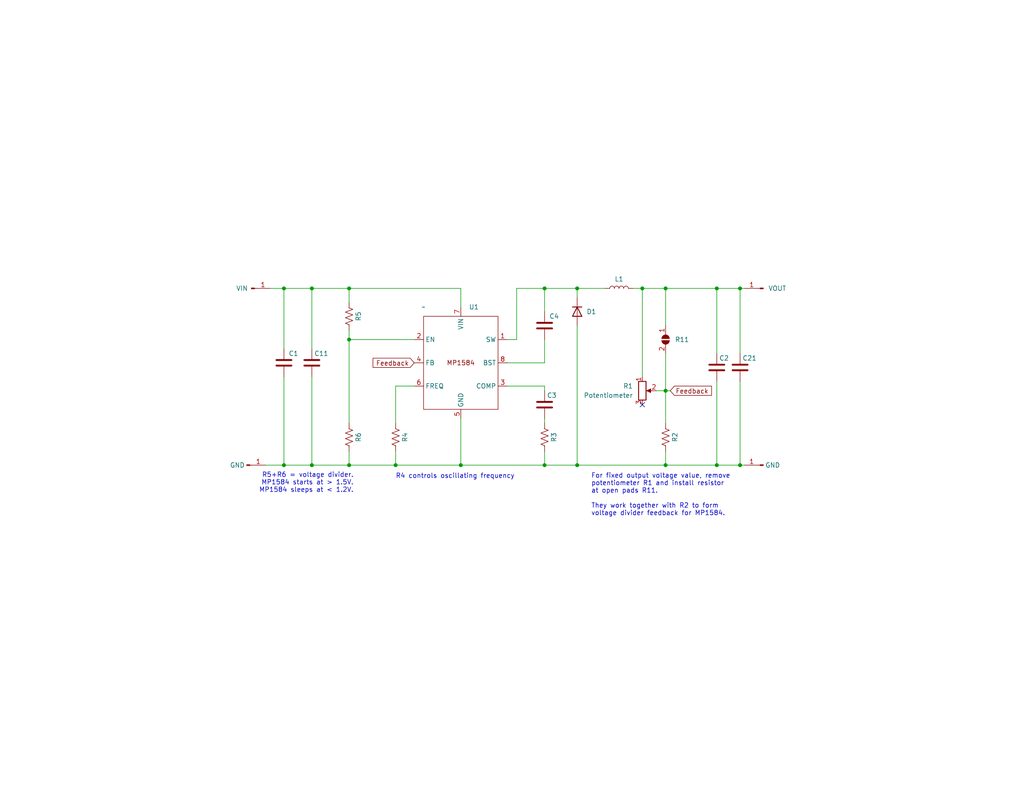
<source format=kicad_sch>
(kicad_sch (version 20230121) (generator eeschema)
  (paper "USLetter")
  (title_block (title "MP1584 Buck Converter") (date "2023-10-04"))
  (lib_symbols
    (symbol "Connector:Conn_01x01_Pin" (pin_names (offset 1.016) hide)
      (property "Reference" "J" (at 0 2.54 0))
      (property "Value" "Conn_01x01_Pin" (at 0 -2.54 0))
      (symbol "Conn_01x01_Pin_1_1"
        (polyline (pts (xy 1.27 0) (xy 0.8636 0)) (stroke (width 0.1524)))
        (rectangle (start 0.8636 0.127) (end 0 -0.127) (stroke (width 0.1524)) (fill (type outline)))
        (pin passive line (at 5.08 0 180) (length 3.81) (name "Pin_1") (number "1"))
      )
    )
    (symbol "Device:C" (pin_numbers hide) (pin_names (offset 0.254))
      (property "Reference" "C" (at 0.635 2.54 0))
      (property "Value" "C" (at 0.635 -2.54 0))
      (symbol "C_0_1"
        (polyline (pts (xy -2.032 -0.762) (xy 2.032 -0.762)) (stroke (width 0.508)))
        (polyline (pts (xy -2.032 0.762) (xy 2.032 0.762)) (stroke (width 0.508)))
      )
      (symbol "C_1_1"
        (pin passive line (at 0 3.81 270) (length 2.794) (name "~") (number "1"))
        (pin passive line (at 0 -3.81 90) (length 2.794) (name "~") (number "2"))
      )
    )
    (symbol "Device:D" (pin_numbers hide) (pin_names (offset 1.016) hide)
      (property "Reference" "D" (at 0 2.54 0))
      (property "Value" "D" (at 0 -2.54 0))
      (symbol "D_0_1"
        (polyline (pts (xy -1.27 1.27) (xy -1.27 -1.27)) (stroke (width 0.254)))
        (polyline (pts (xy 1.27 0) (xy -1.27 0)))
        (polyline (pts (xy 1.27 1.27) (xy 1.27 -1.27) (xy -1.27 0) (xy 1.27 1.27)) (stroke (width 0.254)))
      )
      (symbol "D_1_1"
        (pin passive line (at -3.81 0 0) (length 2.54) (name "K") (number "1"))
        (pin passive line (at 3.81 0 180) (length 2.54) (name "A") (number "2"))
      )
    )
    (symbol "Device:L" (pin_numbers hide) (pin_names (offset 1.016) hide)
      (property "Reference" "L" (at -1.27 0 90))
      (property "Value" "L" (at 1.905 0 90))
      (symbol "L_0_1"
        (arc (start 0 -2.54) (mid 0.6323 -1.905) (end 0 -1.27))
        (arc (start 0 -1.27) (mid 0.6323 -0.635) (end 0 0))
        (arc (start 0 0) (mid 0.6323 0.635) (end 0 1.27))
        (arc (start 0 1.27) (mid 0.6323 1.905) (end 0 2.54))
      )
      (symbol "L_1_1"
        (pin passive line (at 0 3.81 270) (length 1.27) (name "1") (number "1"))
        (pin passive line (at 0 -3.81 90) (length 1.27) (name "2") (number "2"))
      )
    )
    (symbol "Device:R_Potentiometer" (pin_names (offset 1.016) hide)
      (property "Reference" "RV" (at -4.445 0 90))
      (property "Value" "R_Potentiometer" (at -2.54 0 90))
      (symbol "R_Potentiometer_0_1"
        (polyline (pts (xy 2.54 0) (xy 1.524 0)))
        (polyline (pts (xy 1.143 0) (xy 2.286 0.508) (xy 2.286 -0.508) (xy 1.143 0)) (fill (type outline)))
        (rectangle (start 1.016 2.54) (end -1.016 -2.54) (stroke (width 0.254)))
      )
      (symbol "R_Potentiometer_1_1"
        (pin passive line (at 0 3.81 270) (length 1.27) (name "1") (number "1"))
        (pin passive line (at 3.81 0 180) (length 1.27) (name "2") (number "2"))
        (pin passive line (at 0 -3.81 90) (length 1.27) (name "3") (number "3"))
      )
    )
    (symbol "Device:R_US" (pin_numbers hide) (pin_names (offset 0))
      (property "Reference" "R" (at 2.54 0 90))
      (property "Value" "R_US" (at -2.54 0 90))
      (symbol "R_US_0_1"
        (polyline (pts (xy 0 -2.286) (xy 0 -2.54)))
        (polyline (pts (xy 0 2.286) (xy 0 2.54)))
        (polyline (pts (xy 0 -0.762) (xy 1.016 -1.143) (xy 0 -1.524) (xy -1.016 -1.905) (xy 0 -2.286)))
        (polyline (pts (xy 0 0.762) (xy 1.016 0.381) (xy 0 0) (xy -1.016 -0.381) (xy 0 -0.762)))
        (polyline (pts (xy 0 2.286) (xy 1.016 1.905) (xy 0 1.524) (xy -1.016 1.143) (xy 0 0.762)))
      )
      (symbol "R_US_1_1"
        (pin passive line (at 0 3.81 270) (length 1.27) (name "~") (number "1"))
        (pin passive line (at 0 -3.81 90) (length 1.27) (name "~") (number "2"))
      )
    )
    (symbol "Jumper:SolderJumper_2_Open" (pin_names (offset 0) hide)
      (property "Reference" "JP" (at 0 2.032 0))
      (property "Value" "SolderJumper_2_Open" (at 0 -2.54 0))
      (symbol "SolderJumper_2_Open_0_1"
        (arc (start -0.254 1.016) (mid -1.2656 0) (end -0.254 -1.016))
        (arc (start -0.254 1.016) (mid -1.2656 0) (end -0.254 -1.016) (fill (type outline)))
        (polyline (pts (xy -0.254 1.016) (xy -0.254 -1.016)))
        (polyline (pts (xy 0.254 1.016) (xy 0.254 -1.016)))
        (arc (start 0.254 -1.016) (mid 1.2656 0) (end 0.254 1.016))
        (arc (start 0.254 -1.016) (mid 1.2656 0) (end 0.254 1.016) (fill (type outline)))
      )
      (symbol "SolderJumper_2_Open_1_1"
        (pin passive line (at -3.81 0 0) (length 2.54) (name "A") (number "1"))
        (pin passive line (at 3.81 0 180) (length 2.54) (name "B") (number "2"))
      )
    )
    (symbol "buck converter module:mp1584"
      (property "Reference" "U" (at -10.16 15.24 0))
      (symbol "mp1584_0_1"
        (rectangle (start -10.16 12.7) (end 10.16 -12.7))
      )
      (symbol "mp1584_1_1"
        (text "MP1584" (at 0 0 0) (effects (font (size 1.27 1.27))))
        (pin output line (at 12.7 6.35 180) (length 2.54) (name "SW") (number "1"))
        (pin input line (at -12.7 6.35 0) (length 2.54) (name "EN") (number "2"))
        (pin output line (at 12.7 -6.35 180) (length 2.54) (name "COMP") (number "3"))
        (pin input line (at -12.7 0 0) (length 2.54) (name "FB") (number "4"))
        (pin power_in line (at 0 -15.24 90) (length 2.54) (name "GND") (number "5"))
        (pin input line (at -12.7 -6.35 0) (length 2.54) (name "FREQ") (number "6"))
        (pin power_in line (at 0 15.24 270) (length 2.54) (name "VIN") (number "7"))
        (pin input line (at 12.7 0 180) (length 2.54) (name "BST") (number "8"))
      )
    )
  )
  (junction (at 95.25 92.71))
  (junction (at 125.73 127))
  (junction (at 195.58 127))
  (junction (at 77.47 78.74))
  (junction (at 201.93 127))
  (junction (at 181.61 78.74))
  (junction (at 148.59 78.74))
  (junction (at 85.09 127))
  (junction (at 201.93 78.74))
  (junction (at 95.25 78.74))
  (junction (at 181.61 127))
  (junction (at 107.95 127))
  (junction (at 195.58 78.74))
  (junction (at 148.59 127))
  (junction (at 77.47 127))
  (junction (at 181.61 106.68))
  (junction (at 85.09 78.74))
  (junction (at 175.26 78.74))
  (junction (at 157.48 78.74))
  (junction (at 157.48 127))
  (junction (at 95.25 127))
  (no_connect (at 175.26 110.49))
  (wire (pts (xy 107.95 105.41) (xy 107.95 115.57)))
  (wire (pts (xy 125.73 127) (xy 148.59 127)))
  (wire (pts (xy 95.25 92.71) (xy 95.25 115.57)))
  (wire (pts (xy 72.39 127) (xy 77.47 127)))
  (wire (pts (xy 140.97 78.74) (xy 148.59 78.74)))
  (wire (pts (xy 77.47 78.74) (xy 77.47 95.25)))
  (wire (pts (xy 85.09 78.74) (xy 95.25 78.74)))
  (wire (pts (xy 77.47 78.74) (xy 85.09 78.74)))
  (wire (pts (xy 195.58 127) (xy 201.93 127)))
  (wire (pts (xy 157.48 78.74) (xy 148.59 78.74)))
  (wire (pts (xy 201.93 78.74) (xy 201.93 96.52)))
  (wire (pts (xy 175.26 78.74) (xy 181.61 78.74)))
  (wire (pts (xy 148.59 127) (xy 157.48 127)))
  (wire (pts (xy 201.93 104.14) (xy 201.93 127)))
  (wire (pts (xy 157.48 127) (xy 181.61 127)))
  (wire (pts (xy 107.95 127) (xy 125.73 127)))
  (wire (pts (xy 148.59 99.06) (xy 138.43 99.06)))
  (wire (pts (xy 107.95 123.19) (xy 107.95 127)))
  (wire (pts (xy 95.25 78.74) (xy 125.73 78.74)))
  (wire (pts (xy 95.25 92.71) (xy 113.03 92.71)))
  (wire (pts (xy 157.48 88.9) (xy 157.48 127)))
  (wire (pts (xy 85.09 102.87) (xy 85.09 127)))
  (wire (pts (xy 181.61 78.74) (xy 195.58 78.74)))
  (wire (pts (xy 148.59 105.41) (xy 148.59 106.68)))
  (wire (pts (xy 148.59 114.3) (xy 148.59 115.57)))
  (wire (pts (xy 195.58 104.14) (xy 195.58 127)))
  (wire (pts (xy 181.61 106.68) (xy 179.07 106.68)))
  (wire (pts (xy 95.25 123.19) (xy 95.25 127)))
  (wire (pts (xy 77.47 102.87) (xy 77.47 127)))
  (wire (pts (xy 95.25 78.74) (xy 95.25 82.55)))
  (wire (pts (xy 195.58 96.52) (xy 195.58 78.74)))
  (wire (pts (xy 157.48 78.74) (xy 165.1 78.74)))
  (wire (pts (xy 85.09 78.74) (xy 85.09 95.25)))
  (wire (pts (xy 195.58 78.74) (xy 201.93 78.74)))
  (wire (pts (xy 201.93 127) (xy 203.2 127)))
  (wire (pts (xy 157.48 81.28) (xy 157.48 78.74)))
  (wire (pts (xy 85.09 127) (xy 95.25 127)))
  (wire (pts (xy 203.2 78.74) (xy 201.93 78.74)))
  (wire (pts (xy 181.61 127) (xy 195.58 127)))
  (wire (pts (xy 138.43 105.41) (xy 148.59 105.41)))
  (wire (pts (xy 77.47 127) (xy 85.09 127)))
  (wire (pts (xy 175.26 78.74) (xy 175.26 102.87)))
  (wire (pts (xy 125.73 78.74) (xy 125.73 83.82)))
  (wire (pts (xy 73.66 78.74) (xy 77.47 78.74)))
  (wire (pts (xy 172.72 78.74) (xy 175.26 78.74)))
  (wire (pts (xy 140.97 92.71) (xy 138.43 92.71)))
  (wire (pts (xy 125.73 114.3) (xy 125.73 127)))
  (wire (pts (xy 95.25 127) (xy 107.95 127)))
  (wire (pts (xy 181.61 123.19) (xy 181.61 127)))
  (wire (pts (xy 181.61 106.68) (xy 182.88 106.68)))
  (wire (pts (xy 181.61 96.52) (xy 181.61 106.68)))
  (wire (pts (xy 181.61 78.74) (xy 181.61 88.9)))
  (wire (pts (xy 140.97 78.74) (xy 140.97 92.71)))
  (wire (pts (xy 148.59 92.71) (xy 148.59 99.06)))
  (wire (pts (xy 181.61 106.68) (xy 181.61 115.57)))
  (wire (pts (xy 148.59 123.19) (xy 148.59 127)))
  (wire (pts (xy 107.95 105.41) (xy 113.03 105.41)))
  (wire (pts (xy 95.25 90.17) (xy 95.25 92.71)))
  (wire (pts (xy 148.59 78.74) (xy 148.59 85.09)))
  (text "R4 controls oscillating frequency" (at 107.95 130.81 0) (effects (font (size 1.27 1.27)) (justify left bottom)))
  (text "For fixed output voltage value, remove\npotentiometer R1 and install resistor\nat open pads R11.\n\nThey work together with R2 to form\nvoltage divider feedback for MP1584." (at 161.29 140.97 0) (effects (font (size 1.27 1.27)) (justify left bottom)))
  (text "R5+R6 = voltage divider.\nMP1584 starts at > 1.5V.\nMP1584 sleeps at < 1.2V." (at 96.52 134.62 0) (effects (font (size 1.27 1.27)) (justify right bottom)))
  (global_label "Feedback" (shape input) (at 113.03 99.06 180) (property "Intersheetrefs" "${INTERSHEET_REFS}" (effects hide)))
  (global_label "Feedback" (shape input) (at 182.88 106.68 0) (property "Intersheetrefs" "${INTERSHEET_REFS}" (effects hide)))
  (symbol (lib_id "Device:R_Potentiometer") (at 175.26 106.68 0) (unit 1)
    (property "Reference" "R1" (at 172.72 105.41 0) (effects (justify right)))
    (property "Value" "Potentiometer" (at 172.72 107.95 0) (effects (justify right)))
  )
  (symbol (lib_id "Device:R_US") (at 181.61 119.38 0) (unit 1)
    (property "Reference" "R2" (at 184.15 119.38 90))
    (property "Value" "R_US" (effects hide))
  )
  (symbol (lib_id "Device:R_US") (at 148.59 119.38 0) (unit 1)
    (property "Reference" "R3" (at 151.13 119.38 90))
    (property "Value" "R_US" (effects hide))
  )
  (symbol (lib_id "Connector:Conn_01x01_Pin") (at 68.58 78.74 0) (unit 1)
    (property "Reference" "J1" (effects hide))
    (property "Value" "VIN" (at 66.04 78.74 0))
  )
  (symbol (lib_id "Connector:Conn_01x01_Pin") (at 67.31 127 0) (unit 1)
    (property "Reference" "J2" (effects hide))
    (property "Value" "GND" (at 64.77 127 0))
  )
  (symbol (lib_id "Device:R_US") (at 95.25 119.38 0) (unit 1)
    (property "Reference" "R6" (at 97.79 119.38 90))
    (property "Value" "R_US" (effects hide))
  )
  (symbol (lib_id "Device:C") (at 148.59 88.9 0) (unit 1)
    (property "Reference" "C4" (at 149.86 86.36 0) (effects (justify left)))
    (property "Value" "C" (effects hide))
  )
  (symbol (lib_id "buck converter module:mp1584") (at 125.73 99.06 0) (unit 1)
    (property "Reference" "U1" (at 127.9241 83.82 0) (effects (justify left)))
    (property "Value" "~" (at 115.57 83.82 0))
  )
  (symbol (lib_id "Device:D") (at 157.48 85.09 270) (unit 1)
    (property "Reference" "D1" (at 160.02 85.09 90) (effects (justify left)))
    (property "Value" "D" (effects hide))
    (property "Sim.Device" "D" (effects hide))
    (property "Sim.Pins" "1=K 2=A" (effects hide))
  )
  (symbol (lib_id "Device:R_US") (at 107.95 119.38 0) (unit 1)
    (property "Reference" "R4" (at 110.49 119.38 90))
    (property "Value" "R_US" (effects hide))
  )
  (symbol (lib_id "Device:C") (at 201.93 100.33 0) (unit 1)
    (property "Reference" "C21" (at 202.565 97.79 0) (effects (justify left)))
    (property "Value" "C" (effects hide))
  )
  (symbol (lib_id "Jumper:SolderJumper_2_Open") (at 181.61 92.71 270) (unit 1)
    (property "Reference" "R11" (at 184.15 92.71 90) (effects (justify left)))
    (property "Value" "SolderJumper_2_Open" (effects hide))
  )
  (symbol (lib_id "Device:R_US") (at 95.25 86.36 0) (unit 1)
    (property "Reference" "R5" (at 97.79 86.36 90))
    (property "Value" "R_US" (effects hide))
  )
  (symbol (lib_id "Device:C") (at 148.59 110.49 0) (unit 1)
    (property "Reference" "C3" (at 149.225 107.95 0) (effects (justify left)))
    (property "Value" "C" (effects hide))
  )
  (symbol (lib_id "Connector:Conn_01x01_Pin") (at 208.28 127 180) (unit 1)
    (property "Reference" "J4" (effects hide))
    (property "Value" "GND" (at 210.82 127 0))
  )
  (symbol (lib_id "Device:C") (at 77.47 99.06 0) (unit 1)
    (property "Reference" "C1" (at 78.74 96.52 0) (effects (justify left)))
    (property "Value" "C" (effects hide))
  )
  (symbol (lib_id "Device:C") (at 85.09 99.06 0) (unit 1)
    (property "Reference" "C11" (at 85.725 96.52 0) (effects (justify left)))
    (property "Value" "C" (effects hide))
  )
  (symbol (lib_id "Device:L") (at 168.91 78.74 90) (unit 1)
    (property "Reference" "L1" (at 168.91 76.2 90))
    (property "Value" "L" (effects hide))
  )
  (symbol (lib_id "Connector:Conn_01x01_Pin") (at 208.28 78.74 180) (unit 1)
    (property "Reference" "J3" (effects hide))
    (property "Value" "VOUT" (at 212.09 78.74 0))
  )
  (symbol (lib_id "Device:C") (at 195.58 100.33 0) (unit 1)
    (property "Reference" "C2" (at 196.215 97.79 0) (effects (justify left)))
    (property "Value" "C" (effects hide))
  )
)
</source>
